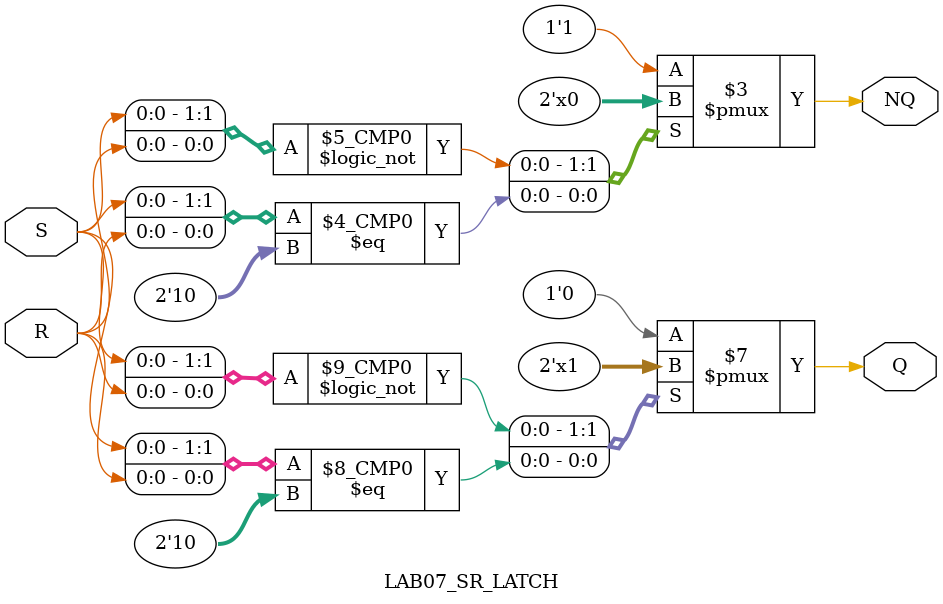
<source format=v>
module LAB07_SR_LATCH(
	S,R,Q,NQ
);

input S,R;
output reg Q,NQ;

always @(S, R) begin
	
	case({S,R})
		2'b00 : begin
			Q <= Q;
			NQ <= NQ;
		end
		2'b01 : begin
			Q <= 0;
			NQ <= 1;
		end
		2'b10 : begin
			Q <= 1;
			NQ <= 0;
		end
		default : begin
			Q <= 0;
			NQ <= 1;
		end
	endcase
end

endmodule
</source>
